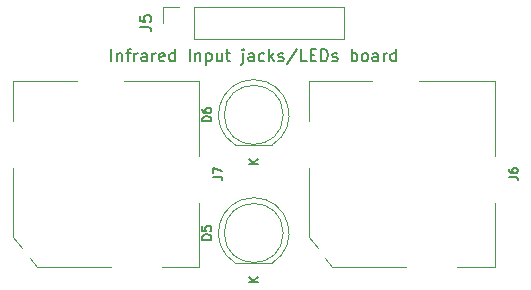
<source format=gto>
G04 #@! TF.GenerationSoftware,KiCad,Pcbnew,6.0.2-378541a8eb~116~ubuntu20.04.1*
G04 #@! TF.CreationDate,2022-03-12T15:30:31-05:00*
G04 #@! TF.ProjectId,irinput_b3,6972696e-7075-4745-9f62-332e6b696361,rev?*
G04 #@! TF.SameCoordinates,Original*
G04 #@! TF.FileFunction,Legend,Top*
G04 #@! TF.FilePolarity,Positive*
%FSLAX46Y46*%
G04 Gerber Fmt 4.6, Leading zero omitted, Abs format (unit mm)*
G04 Created by KiCad (PCBNEW 6.0.2-378541a8eb~116~ubuntu20.04.1) date 2022-03-12 15:30:31*
%MOMM*%
%LPD*%
G01*
G04 APERTURE LIST*
%ADD10C,0.150000*%
%ADD11C,0.120000*%
G04 APERTURE END LIST*
D10*
X137952379Y-93702379D02*
X137952379Y-92702379D01*
X138428570Y-93035713D02*
X138428570Y-93702379D01*
X138428570Y-93130951D02*
X138476189Y-93083332D01*
X138571427Y-93035713D01*
X138714284Y-93035713D01*
X138809522Y-93083332D01*
X138857141Y-93178570D01*
X138857141Y-93702379D01*
X139190475Y-93035713D02*
X139571427Y-93035713D01*
X139333332Y-93702379D02*
X139333332Y-92845237D01*
X139380951Y-92749999D01*
X139476189Y-92702379D01*
X139571427Y-92702379D01*
X139904760Y-93702379D02*
X139904760Y-93035713D01*
X139904760Y-93226189D02*
X139952379Y-93130951D01*
X139999999Y-93083332D01*
X140095237Y-93035713D01*
X140190475Y-93035713D01*
X140952379Y-93702379D02*
X140952379Y-93178570D01*
X140904760Y-93083332D01*
X140809522Y-93035713D01*
X140619046Y-93035713D01*
X140523808Y-93083332D01*
X140952379Y-93654760D02*
X140857141Y-93702379D01*
X140619046Y-93702379D01*
X140523808Y-93654760D01*
X140476189Y-93559522D01*
X140476189Y-93464284D01*
X140523808Y-93369046D01*
X140619046Y-93321427D01*
X140857141Y-93321427D01*
X140952379Y-93273808D01*
X141428570Y-93702379D02*
X141428570Y-93035713D01*
X141428570Y-93226189D02*
X141476189Y-93130951D01*
X141523808Y-93083332D01*
X141619046Y-93035713D01*
X141714284Y-93035713D01*
X142428570Y-93654760D02*
X142333332Y-93702379D01*
X142142856Y-93702379D01*
X142047618Y-93654760D01*
X141999999Y-93559522D01*
X141999999Y-93178570D01*
X142047618Y-93083332D01*
X142142856Y-93035713D01*
X142333332Y-93035713D01*
X142428570Y-93083332D01*
X142476189Y-93178570D01*
X142476189Y-93273808D01*
X141999999Y-93369046D01*
X143333332Y-93702379D02*
X143333332Y-92702379D01*
X143333332Y-93654760D02*
X143238094Y-93702379D01*
X143047618Y-93702379D01*
X142952379Y-93654760D01*
X142904760Y-93607141D01*
X142857141Y-93511903D01*
X142857141Y-93226189D01*
X142904760Y-93130951D01*
X142952379Y-93083332D01*
X143047618Y-93035713D01*
X143238094Y-93035713D01*
X143333332Y-93083332D01*
X144571427Y-93702379D02*
X144571427Y-92702379D01*
X145047618Y-93035713D02*
X145047618Y-93702379D01*
X145047618Y-93130951D02*
X145095237Y-93083332D01*
X145190475Y-93035713D01*
X145333332Y-93035713D01*
X145428570Y-93083332D01*
X145476189Y-93178570D01*
X145476189Y-93702379D01*
X145952379Y-93035713D02*
X145952379Y-94035713D01*
X145952379Y-93083332D02*
X146047618Y-93035713D01*
X146238094Y-93035713D01*
X146333332Y-93083332D01*
X146380951Y-93130951D01*
X146428570Y-93226189D01*
X146428570Y-93511903D01*
X146380951Y-93607141D01*
X146333332Y-93654760D01*
X146238094Y-93702379D01*
X146047618Y-93702379D01*
X145952379Y-93654760D01*
X147285713Y-93035713D02*
X147285713Y-93702379D01*
X146857141Y-93035713D02*
X146857141Y-93559522D01*
X146904760Y-93654760D01*
X146999999Y-93702379D01*
X147142856Y-93702379D01*
X147238094Y-93654760D01*
X147285713Y-93607141D01*
X147619046Y-93035713D02*
X147999999Y-93035713D01*
X147761903Y-92702379D02*
X147761903Y-93559522D01*
X147809522Y-93654760D01*
X147904760Y-93702379D01*
X147999999Y-93702379D01*
X149095237Y-93035713D02*
X149095237Y-93892856D01*
X149047618Y-93988094D01*
X148952379Y-94035713D01*
X148904760Y-94035713D01*
X149095237Y-92702379D02*
X149047618Y-92749999D01*
X149095237Y-92797618D01*
X149142856Y-92749999D01*
X149095237Y-92702379D01*
X149095237Y-92797618D01*
X149999998Y-93702379D02*
X149999998Y-93178570D01*
X149952379Y-93083332D01*
X149857141Y-93035713D01*
X149666665Y-93035713D01*
X149571427Y-93083332D01*
X149999998Y-93654760D02*
X149904760Y-93702379D01*
X149666665Y-93702379D01*
X149571427Y-93654760D01*
X149523808Y-93559522D01*
X149523808Y-93464284D01*
X149571427Y-93369046D01*
X149666665Y-93321427D01*
X149904760Y-93321427D01*
X149999998Y-93273808D01*
X150904760Y-93654760D02*
X150809522Y-93702379D01*
X150619046Y-93702379D01*
X150523808Y-93654760D01*
X150476189Y-93607141D01*
X150428570Y-93511903D01*
X150428570Y-93226189D01*
X150476189Y-93130951D01*
X150523808Y-93083332D01*
X150619046Y-93035713D01*
X150809522Y-93035713D01*
X150904760Y-93083332D01*
X151333332Y-93702379D02*
X151333332Y-92702379D01*
X151428570Y-93321427D02*
X151714284Y-93702379D01*
X151714284Y-93035713D02*
X151333332Y-93416665D01*
X152095237Y-93654760D02*
X152190475Y-93702379D01*
X152380951Y-93702379D01*
X152476189Y-93654760D01*
X152523808Y-93559522D01*
X152523808Y-93511903D01*
X152476189Y-93416665D01*
X152380951Y-93369046D01*
X152238094Y-93369046D01*
X152142856Y-93321427D01*
X152095237Y-93226189D01*
X152095237Y-93178570D01*
X152142856Y-93083332D01*
X152238094Y-93035713D01*
X152380951Y-93035713D01*
X152476189Y-93083332D01*
X153666665Y-92654760D02*
X152809522Y-93940475D01*
X154476189Y-93702379D02*
X153999998Y-93702379D01*
X153999998Y-92702379D01*
X154809522Y-93178570D02*
X155142856Y-93178570D01*
X155285713Y-93702379D02*
X154809522Y-93702379D01*
X154809522Y-92702379D01*
X155285713Y-92702379D01*
X155714284Y-93702379D02*
X155714284Y-92702379D01*
X155952379Y-92702379D01*
X156095237Y-92749999D01*
X156190475Y-92845237D01*
X156238094Y-92940475D01*
X156285713Y-93130951D01*
X156285713Y-93273808D01*
X156238094Y-93464284D01*
X156190475Y-93559522D01*
X156095237Y-93654760D01*
X155952379Y-93702379D01*
X155714284Y-93702379D01*
X156666665Y-93654760D02*
X156761903Y-93702379D01*
X156952379Y-93702379D01*
X157047618Y-93654760D01*
X157095237Y-93559522D01*
X157095237Y-93511903D01*
X157047618Y-93416665D01*
X156952379Y-93369046D01*
X156809522Y-93369046D01*
X156714284Y-93321427D01*
X156666665Y-93226189D01*
X156666665Y-93178570D01*
X156714284Y-93083332D01*
X156809522Y-93035713D01*
X156952379Y-93035713D01*
X157047618Y-93083332D01*
X158285713Y-93702379D02*
X158285713Y-92702379D01*
X158285713Y-93083332D02*
X158380951Y-93035713D01*
X158571427Y-93035713D01*
X158666665Y-93083332D01*
X158714284Y-93130951D01*
X158761903Y-93226189D01*
X158761903Y-93511903D01*
X158714284Y-93607141D01*
X158666665Y-93654760D01*
X158571427Y-93702379D01*
X158380951Y-93702379D01*
X158285713Y-93654760D01*
X159333332Y-93702379D02*
X159238094Y-93654760D01*
X159190475Y-93607141D01*
X159142856Y-93511903D01*
X159142856Y-93226189D01*
X159190475Y-93130951D01*
X159238094Y-93083332D01*
X159333332Y-93035713D01*
X159476189Y-93035713D01*
X159571427Y-93083332D01*
X159619046Y-93130951D01*
X159666665Y-93226189D01*
X159666665Y-93511903D01*
X159619046Y-93607141D01*
X159571427Y-93654760D01*
X159476189Y-93702379D01*
X159333332Y-93702379D01*
X160523808Y-93702379D02*
X160523808Y-93178570D01*
X160476189Y-93083332D01*
X160380951Y-93035713D01*
X160190475Y-93035713D01*
X160095237Y-93083332D01*
X160523808Y-93654760D02*
X160428570Y-93702379D01*
X160190475Y-93702379D01*
X160095237Y-93654760D01*
X160047618Y-93559522D01*
X160047618Y-93464284D01*
X160095237Y-93369046D01*
X160190475Y-93321427D01*
X160428570Y-93321427D01*
X160523808Y-93273808D01*
X160999998Y-93702379D02*
X160999998Y-93035713D01*
X160999998Y-93226189D02*
X161047618Y-93130951D01*
X161095237Y-93083332D01*
X161190475Y-93035713D01*
X161285713Y-93035713D01*
X162047618Y-93702379D02*
X162047618Y-92702379D01*
X162047618Y-93654760D02*
X161952379Y-93702379D01*
X161761903Y-93702379D01*
X161666665Y-93654760D01*
X161619046Y-93607141D01*
X161571427Y-93511903D01*
X161571427Y-93226189D01*
X161619046Y-93130951D01*
X161666665Y-93083332D01*
X161761903Y-93035713D01*
X161952379Y-93035713D01*
X162047618Y-93083332D01*
G04 #@! TO.C,J6*
X171589284Y-103499999D02*
X172124999Y-103499999D01*
X172232141Y-103535713D01*
X172303570Y-103607141D01*
X172339284Y-103714284D01*
X172339284Y-103785713D01*
X171589284Y-102821427D02*
X171589284Y-102964284D01*
X171624999Y-103035713D01*
X171660713Y-103071427D01*
X171767856Y-103142856D01*
X171910713Y-103178570D01*
X172196427Y-103178570D01*
X172267856Y-103142856D01*
X172303570Y-103107141D01*
X172339284Y-103035713D01*
X172339284Y-102892856D01*
X172303570Y-102821427D01*
X172267856Y-102785713D01*
X172196427Y-102749999D01*
X172017856Y-102749999D01*
X171946427Y-102785713D01*
X171910713Y-102821427D01*
X171874999Y-102892856D01*
X171874999Y-103035713D01*
X171910713Y-103107141D01*
X171946427Y-103142856D01*
X172017856Y-103178570D01*
G04 #@! TO.C,D6*
X146379284Y-98808570D02*
X145629284Y-98808570D01*
X145629284Y-98629999D01*
X145664999Y-98522856D01*
X145736427Y-98451427D01*
X145807856Y-98415713D01*
X145950713Y-98379999D01*
X146057856Y-98379999D01*
X146200713Y-98415713D01*
X146272141Y-98451427D01*
X146343570Y-98522856D01*
X146379284Y-98629999D01*
X146379284Y-98808570D01*
X145629284Y-97737141D02*
X145629284Y-97879999D01*
X145664999Y-97951427D01*
X145700713Y-97987141D01*
X145807856Y-98058570D01*
X145950713Y-98094284D01*
X146236427Y-98094284D01*
X146307856Y-98058570D01*
X146343570Y-98022856D01*
X146379284Y-97951427D01*
X146379284Y-97808570D01*
X146343570Y-97737141D01*
X146307856Y-97701427D01*
X146236427Y-97665713D01*
X146057856Y-97665713D01*
X145986427Y-97701427D01*
X145950713Y-97737141D01*
X145914999Y-97808570D01*
X145914999Y-97951427D01*
X145950713Y-98022856D01*
X145986427Y-98058570D01*
X146057856Y-98094284D01*
X150339284Y-102421427D02*
X149589284Y-102421427D01*
X150339284Y-101992856D02*
X149910713Y-102314284D01*
X149589284Y-101992856D02*
X150017856Y-102421427D01*
G04 #@! TO.C,J7*
X146589284Y-103499999D02*
X147124999Y-103499999D01*
X147232141Y-103535713D01*
X147303570Y-103607141D01*
X147339284Y-103714284D01*
X147339284Y-103785713D01*
X146589284Y-103214284D02*
X146589284Y-102714284D01*
X147339284Y-103035713D01*
G04 #@! TO.C,D5*
X146379284Y-108808570D02*
X145629284Y-108808570D01*
X145629284Y-108629999D01*
X145664999Y-108522856D01*
X145736427Y-108451427D01*
X145807856Y-108415713D01*
X145950713Y-108379999D01*
X146057856Y-108379999D01*
X146200713Y-108415713D01*
X146272141Y-108451427D01*
X146343570Y-108522856D01*
X146379284Y-108629999D01*
X146379284Y-108808570D01*
X145629284Y-107701427D02*
X145629284Y-108058570D01*
X145986427Y-108094284D01*
X145950713Y-108058570D01*
X145914999Y-107987141D01*
X145914999Y-107808570D01*
X145950713Y-107737141D01*
X145986427Y-107701427D01*
X146057856Y-107665713D01*
X146236427Y-107665713D01*
X146307856Y-107701427D01*
X146343570Y-107737141D01*
X146379284Y-107808570D01*
X146379284Y-107987141D01*
X146343570Y-108058570D01*
X146307856Y-108094284D01*
X150339284Y-112421427D02*
X149589284Y-112421427D01*
X150339284Y-111992856D02*
X149910713Y-112314284D01*
X149589284Y-111992856D02*
X150017856Y-112421427D01*
G04 #@! TO.C,J5*
X140332379Y-90813332D02*
X141046665Y-90813332D01*
X141189522Y-90860951D01*
X141284760Y-90956189D01*
X141332379Y-91099046D01*
X141332379Y-91194284D01*
X140332379Y-89860951D02*
X140332379Y-90337141D01*
X140808570Y-90384760D01*
X140760951Y-90337141D01*
X140713332Y-90241903D01*
X140713332Y-90003808D01*
X140760951Y-89908570D01*
X140808570Y-89860951D01*
X140903808Y-89813332D01*
X141141903Y-89813332D01*
X141237141Y-89860951D01*
X141284760Y-89908570D01*
X141332379Y-90003808D01*
X141332379Y-90241903D01*
X141284760Y-90337141D01*
X141237141Y-90384760D01*
D11*
G04 #@! TO.C,J6*
X155409999Y-109539999D02*
X154649999Y-108599999D01*
X156699999Y-111099999D02*
X156649999Y-111099999D01*
X156649999Y-111099999D02*
X156059999Y-110359999D01*
X170399999Y-95349999D02*
X170399999Y-101749999D01*
X162899999Y-111099999D02*
X156699999Y-111099999D01*
X154649999Y-98749999D02*
X154649999Y-95349999D01*
X170399999Y-111099999D02*
X167199999Y-111099999D01*
X163999999Y-95349999D02*
X170399999Y-95349999D01*
X154649999Y-108599999D02*
X154649999Y-102749999D01*
X170399999Y-105749999D02*
X170399999Y-111099999D01*
X154649999Y-95349999D02*
X159999999Y-95349999D01*
G04 #@! TO.C,D6*
X148454999Y-100814999D02*
X151544999Y-100814999D01*
X151544829Y-100814999D02*
G75*
G03*
X149999537Y-95264999I-1544830J2560000D01*
G01*
X150000461Y-95264999D02*
G75*
G03*
X148455169Y-100814999I-462J-2990000D01*
G01*
X152499999Y-98254999D02*
G75*
G03*
X152499999Y-98254999I-2500000J0D01*
G01*
G04 #@! TO.C,J7*
X145399999Y-95349999D02*
X145399999Y-101749999D01*
X129649999Y-108599999D02*
X129649999Y-102749999D01*
X130409999Y-109539999D02*
X129649999Y-108599999D01*
X129649999Y-95349999D02*
X134999999Y-95349999D01*
X145399999Y-111099999D02*
X142199999Y-111099999D01*
X138999999Y-95349999D02*
X145399999Y-95349999D01*
X131699999Y-111099999D02*
X131649999Y-111099999D01*
X137899999Y-111099999D02*
X131699999Y-111099999D01*
X145399999Y-105749999D02*
X145399999Y-111099999D01*
X129649999Y-98749999D02*
X129649999Y-95349999D01*
X131649999Y-111099999D02*
X131059999Y-110359999D01*
G04 #@! TO.C,D5*
X148454999Y-110814999D02*
X151544999Y-110814999D01*
X151544829Y-110814999D02*
G75*
G03*
X149999537Y-105264999I-1544830J2560000D01*
G01*
X150000461Y-105264999D02*
G75*
G03*
X148455169Y-110814999I-462J-2990000D01*
G01*
X152499999Y-108254999D02*
G75*
G03*
X152499999Y-108254999I-2500000J0D01*
G01*
G04 #@! TO.C,J5*
X144919999Y-89149999D02*
X157679999Y-89149999D01*
X142319999Y-90479999D02*
X142319999Y-89149999D01*
X142319999Y-89149999D02*
X143649999Y-89149999D01*
X157679999Y-91809999D02*
X157679999Y-89149999D01*
X144919999Y-91809999D02*
X157679999Y-91809999D01*
X144919999Y-91809999D02*
X144919999Y-89149999D01*
G04 #@! TD*
M02*

</source>
